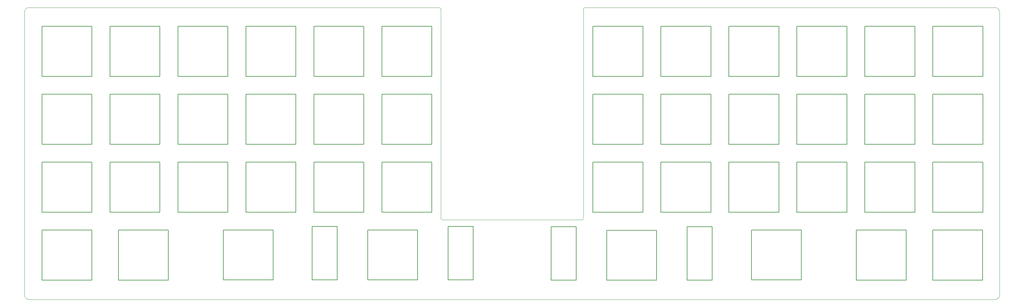
<source format=gbr>
%TF.GenerationSoftware,KiCad,Pcbnew,(6.0.7)*%
%TF.CreationDate,2022-10-27T18:31:16+02:00*%
%TF.ProjectId,skoosk switchplate,736b6f6f-736b-4207-9377-69746368706c,rev?*%
%TF.SameCoordinates,Original*%
%TF.FileFunction,Profile,NP*%
%FSLAX46Y46*%
G04 Gerber Fmt 4.6, Leading zero omitted, Abs format (unit mm)*
G04 Created by KiCad (PCBNEW (6.0.7)) date 2022-10-27 18:31:16*
%MOMM*%
%LPD*%
G01*
G04 APERTURE LIST*
%TA.AperFunction,Profile*%
%ADD10C,0.200000*%
%TD*%
%TA.AperFunction,Profile*%
%ADD11C,0.100000*%
%TD*%
G04 APERTURE END LIST*
D10*
X270921552Y-52551005D02*
X256921552Y-52551005D01*
X7301612Y-71600125D02*
X7301612Y-85600125D01*
X78451612Y-28450125D02*
X78451612Y-14450125D01*
X83034612Y-85570125D02*
X90034612Y-85570125D01*
X98584612Y-85570125D02*
X112584612Y-85570125D01*
X90034612Y-85570125D02*
X90034612Y-70570125D01*
D11*
X119442612Y-68679125D02*
X158685612Y-68679125D01*
D10*
X251871205Y-47500069D02*
X251871205Y-33500069D01*
D11*
X158685612Y-68679112D02*
G75*
G03*
X159066612Y-68298125I-12J381012D01*
G01*
D10*
X175674949Y-28448548D02*
X175674949Y-14448548D01*
X128134612Y-70570125D02*
X121134612Y-70570125D01*
X161671205Y-47500069D02*
X175671205Y-47500069D01*
X112584612Y-85570125D02*
X112584612Y-71570125D01*
X59392256Y-52548548D02*
X45392256Y-52548548D01*
D11*
X159400408Y-9159408D02*
G75*
G03*
X159019408Y-9540408I-8J-380992D01*
G01*
D10*
X161674949Y-14448548D02*
X161674949Y-28448548D01*
X180724949Y-28448548D02*
X194724949Y-28448548D01*
X40351612Y-28450125D02*
X40351612Y-14450125D01*
X78452943Y-33494159D02*
X64452943Y-33494159D01*
X116552943Y-47494159D02*
X116552943Y-33494159D01*
X102542256Y-52548548D02*
X102542256Y-66548548D01*
X59402943Y-33494159D02*
X45402943Y-33494159D01*
X97492256Y-52548548D02*
X83492256Y-52548548D01*
X232821552Y-66551005D02*
X232821552Y-52551005D01*
X161671552Y-52551005D02*
X161671552Y-66551005D01*
X78451612Y-14450125D02*
X64451612Y-14450125D01*
X256924949Y-14448548D02*
X256924949Y-28448548D01*
X21301612Y-71600125D02*
X7301612Y-71600125D01*
X213774949Y-14448548D02*
X199774949Y-14448548D01*
X21301612Y-28450125D02*
X21301612Y-14450125D01*
X256891000Y-85600125D02*
X270891000Y-85600125D01*
X40351612Y-14450125D02*
X26351612Y-14450125D01*
X206106000Y-71570125D02*
X206106000Y-85570125D01*
X180721205Y-47500069D02*
X194721205Y-47500069D01*
X237871205Y-33500069D02*
X237871205Y-47500069D01*
X58071612Y-85570125D02*
X72071612Y-85570125D01*
X59392256Y-66548548D02*
X59392256Y-52548548D01*
X64442256Y-52548548D02*
X64442256Y-66548548D01*
D11*
X3692026Y-91049974D02*
X274357212Y-91049992D01*
D10*
X218821552Y-66551005D02*
X232821552Y-66551005D01*
X83502943Y-47494159D02*
X97502943Y-47494159D01*
X121134612Y-85570125D02*
X128134612Y-85570125D01*
X251871205Y-33500069D02*
X237871205Y-33500069D01*
X116542256Y-52548548D02*
X102542256Y-52548548D01*
X97501612Y-28450125D02*
X97501612Y-14450125D01*
X199771205Y-47500069D02*
X213771205Y-47500069D01*
X213771205Y-33500069D02*
X199771205Y-33500069D01*
X26342256Y-52548548D02*
X26342256Y-66548548D01*
X78442256Y-52548548D02*
X64442256Y-52548548D01*
D11*
X274357212Y-91050012D02*
G75*
G03*
X275627212Y-89779992I-12J1270012D01*
G01*
D10*
X199771205Y-33500069D02*
X199771205Y-47500069D01*
X7301612Y-28450125D02*
X21301612Y-28450125D01*
X58071612Y-71570125D02*
X58071612Y-85570125D01*
X72071612Y-85570125D02*
X72071612Y-71570125D01*
X161674949Y-28448548D02*
X175674949Y-28448548D01*
X97502943Y-33494159D02*
X83502943Y-33494159D01*
X232821205Y-33500069D02*
X218821205Y-33500069D01*
X195092266Y-85613107D02*
X195092266Y-70613107D01*
X213771552Y-66551005D02*
X213771552Y-52551005D01*
X90034612Y-70570125D02*
X83034612Y-70570125D01*
X188092266Y-70613107D02*
X188092266Y-85613107D01*
X220106000Y-85570125D02*
X220106000Y-71570125D01*
X256921552Y-66551005D02*
X270921552Y-66551005D01*
X26351612Y-28450125D02*
X40351612Y-28450125D01*
X28732862Y-71600125D02*
X28732862Y-85600125D01*
X180721552Y-52551005D02*
X180721552Y-66551005D01*
X180721205Y-33500069D02*
X180721205Y-47500069D01*
X175671552Y-52551005D02*
X161671552Y-52551005D01*
X121134612Y-70570125D02*
X121134612Y-85570125D01*
X78452943Y-47494159D02*
X78452943Y-33494159D01*
X21301612Y-85600125D02*
X21301612Y-71600125D01*
X270891000Y-85600125D02*
X270891000Y-71600125D01*
X26351612Y-14450125D02*
X26351612Y-28450125D01*
X251874949Y-14448548D02*
X237874949Y-14448548D01*
X175671205Y-47500069D02*
X175671205Y-33500069D01*
X256891000Y-71600125D02*
X256891000Y-85600125D01*
X251871552Y-52551005D02*
X237871552Y-52551005D01*
X180724949Y-14448548D02*
X180724949Y-28448548D01*
D11*
X119061575Y-68298125D02*
G75*
G03*
X119442612Y-68679125I381025J25D01*
G01*
D10*
X213771205Y-47500069D02*
X213771205Y-33500069D01*
X45401612Y-28450125D02*
X59401612Y-28450125D01*
X97502943Y-47494159D02*
X97502943Y-33494159D01*
X218821205Y-47500069D02*
X232821205Y-47500069D01*
X179542266Y-85613107D02*
X179542266Y-71613107D01*
X7302943Y-47494159D02*
X21302943Y-47494159D01*
X116552943Y-33494159D02*
X102552943Y-33494159D01*
X21302943Y-47494159D02*
X21302943Y-33494159D01*
X199774949Y-14448548D02*
X199774949Y-28448548D01*
D11*
X275627212Y-89779992D02*
X275580942Y-10423043D01*
D10*
X45402943Y-33494159D02*
X45402943Y-47494159D01*
X161671552Y-66551005D02*
X175671552Y-66551005D01*
X45392256Y-52548548D02*
X45392256Y-66548548D01*
X194721205Y-33500069D02*
X180721205Y-33500069D01*
X188092266Y-85613107D02*
X195092266Y-85613107D01*
X116551612Y-28450125D02*
X116551612Y-14450125D01*
X7302943Y-33494159D02*
X7302943Y-47494159D01*
X149992266Y-70613107D02*
X149992266Y-85613107D01*
X251871552Y-66551005D02*
X251871552Y-52551005D01*
X83034612Y-70570125D02*
X83034612Y-85570125D01*
X235459750Y-85600125D02*
X249459750Y-85600125D01*
X270924949Y-14448548D02*
X256924949Y-14448548D01*
X237874949Y-28448548D02*
X251874949Y-28448548D01*
X98584612Y-71570125D02*
X98584612Y-85570125D01*
X72071612Y-71570125D02*
X58071612Y-71570125D01*
X194721552Y-52551005D02*
X180721552Y-52551005D01*
X237871552Y-52551005D02*
X237871552Y-66551005D01*
X21292256Y-66548548D02*
X21292256Y-52548548D01*
X194724949Y-28448548D02*
X194724949Y-14448548D01*
X21292256Y-52548548D02*
X7292256Y-52548548D01*
X195092266Y-70613107D02*
X188092266Y-70613107D01*
X175671205Y-33500069D02*
X161671205Y-33500069D01*
X213774949Y-28448548D02*
X213774949Y-14448548D01*
D11*
X159066612Y-68298125D02*
X159019408Y-9540408D01*
D10*
X270921205Y-33500069D02*
X256921205Y-33500069D01*
X64452943Y-33494159D02*
X64452943Y-47494159D01*
D11*
X2422026Y-89779974D02*
G75*
G03*
X3692026Y-91049974I1269994J-6D01*
G01*
D10*
X26352943Y-33494159D02*
X26352943Y-47494159D01*
X165542266Y-71613107D02*
X165542266Y-85613107D01*
X26342256Y-66548548D02*
X40342256Y-66548548D01*
X194724949Y-14448548D02*
X180724949Y-14448548D01*
X40352943Y-47494159D02*
X40352943Y-33494159D01*
X40352943Y-33494159D02*
X26352943Y-33494159D01*
X270921552Y-66551005D02*
X270921552Y-52551005D01*
X42732862Y-71600125D02*
X28732862Y-71600125D01*
X42732862Y-85600125D02*
X42732862Y-71600125D01*
X64442256Y-66548548D02*
X78442256Y-66548548D01*
X83501612Y-14450125D02*
X83501612Y-28450125D01*
X7301612Y-85600125D02*
X21301612Y-85600125D01*
X83492256Y-52548548D02*
X83492256Y-66548548D01*
X21301612Y-14450125D02*
X7301612Y-14450125D01*
X102551612Y-14450125D02*
X102551612Y-28450125D01*
X64451612Y-14450125D02*
X64451612Y-28450125D01*
X199774949Y-28448548D02*
X213774949Y-28448548D01*
X256924949Y-28448548D02*
X270924949Y-28448548D01*
X102551612Y-28450125D02*
X116551612Y-28450125D01*
X180721552Y-66551005D02*
X194721552Y-66551005D01*
X149992266Y-85613107D02*
X156992266Y-85613107D01*
X161671205Y-33500069D02*
X161671205Y-47500069D01*
X59401612Y-28450125D02*
X59401612Y-14450125D01*
X116542256Y-66548548D02*
X116542256Y-52548548D01*
X165542266Y-85613107D02*
X179542266Y-85613107D01*
X40342256Y-66548548D02*
X40342256Y-52548548D01*
X97501612Y-14450125D02*
X83501612Y-14450125D01*
X237871205Y-47500069D02*
X251871205Y-47500069D01*
X45392256Y-66548548D02*
X59392256Y-66548548D01*
X156992266Y-85613107D02*
X156992266Y-70613107D01*
D11*
X3692026Y-9153026D02*
G75*
G03*
X2422026Y-10423026I-1J-1269999D01*
G01*
D10*
X256921205Y-47500069D02*
X270921205Y-47500069D01*
X128134612Y-85570125D02*
X128134612Y-70570125D01*
X199771552Y-66551005D02*
X213771552Y-66551005D01*
X7292256Y-66548548D02*
X21292256Y-66548548D01*
X249459750Y-71600125D02*
X235459750Y-71600125D01*
X270924949Y-28448548D02*
X270924949Y-14448548D01*
X249459750Y-85600125D02*
X249459750Y-71600125D01*
X251874949Y-28448548D02*
X251874949Y-14448548D01*
X194721552Y-66551005D02*
X194721552Y-52551005D01*
X270921205Y-47500069D02*
X270921205Y-33500069D01*
X175674949Y-14448548D02*
X161674949Y-14448548D01*
X156992266Y-70613107D02*
X149992266Y-70613107D01*
X213771552Y-52551005D02*
X199771552Y-52551005D01*
X218824949Y-14448548D02*
X218824949Y-28448548D01*
X102542256Y-66548548D02*
X116542256Y-66548548D01*
X220106000Y-71570125D02*
X206106000Y-71570125D01*
D11*
X275580957Y-10423043D02*
G75*
G03*
X274310942Y-9153043I-1269957J43D01*
G01*
D10*
X7292256Y-52548548D02*
X7292256Y-66548548D01*
D11*
X119061612Y-9540408D02*
X119061612Y-68298125D01*
D10*
X59402943Y-47494159D02*
X59402943Y-33494159D01*
X235459750Y-71600125D02*
X235459750Y-85600125D01*
X45402943Y-47494159D02*
X59402943Y-47494159D01*
X7301612Y-14450125D02*
X7301612Y-28450125D01*
X199771552Y-52551005D02*
X199771552Y-66551005D01*
X21302943Y-33494159D02*
X7302943Y-33494159D01*
X97492256Y-66548548D02*
X97492256Y-52548548D01*
X218821552Y-52551005D02*
X218821552Y-66551005D01*
X175671552Y-66551005D02*
X175671552Y-52551005D01*
X64451612Y-28450125D02*
X78451612Y-28450125D01*
D11*
X118677826Y-9153026D02*
X3692026Y-9153026D01*
D10*
X40342256Y-52548548D02*
X26342256Y-52548548D01*
X102552943Y-47494159D02*
X116552943Y-47494159D01*
X218824949Y-28448548D02*
X232824949Y-28448548D01*
X218821205Y-33500069D02*
X218821205Y-47500069D01*
X237871552Y-66551005D02*
X251871552Y-66551005D01*
X83501612Y-28450125D02*
X97501612Y-28450125D01*
X102552943Y-33494159D02*
X102552943Y-47494159D01*
D11*
X274310942Y-9153043D02*
X159401342Y-9153043D01*
D10*
X28732862Y-85600125D02*
X42732862Y-85600125D01*
X116551612Y-14450125D02*
X102551612Y-14450125D01*
D11*
X119061592Y-9540408D02*
G75*
G03*
X118680612Y-9159408I-380992J8D01*
G01*
D10*
X112584612Y-71570125D02*
X98584612Y-71570125D01*
X232824949Y-28448548D02*
X232824949Y-14448548D01*
X194721205Y-47500069D02*
X194721205Y-33500069D01*
X26352943Y-47494159D02*
X40352943Y-47494159D01*
X206106000Y-85570125D02*
X220106000Y-85570125D01*
X232821552Y-52551005D02*
X218821552Y-52551005D01*
X232821205Y-47500069D02*
X232821205Y-33500069D01*
X237874949Y-14448548D02*
X237874949Y-28448548D01*
X179542266Y-71613107D02*
X165542266Y-71613107D01*
X256921205Y-33500069D02*
X256921205Y-47500069D01*
X59401612Y-14450125D02*
X45401612Y-14450125D01*
X256921552Y-52551005D02*
X256921552Y-66551005D01*
X232824949Y-14448548D02*
X218824949Y-14448548D01*
X83492256Y-66548548D02*
X97492256Y-66548548D01*
X78442256Y-66548548D02*
X78442256Y-52548548D01*
D11*
X2422026Y-10423026D02*
X2422026Y-89779974D01*
D10*
X83502943Y-33494159D02*
X83502943Y-47494159D01*
X270891000Y-71600125D02*
X256891000Y-71600125D01*
X64452943Y-47494159D02*
X78452943Y-47494159D01*
X45401612Y-14450125D02*
X45401612Y-28450125D01*
M02*

</source>
